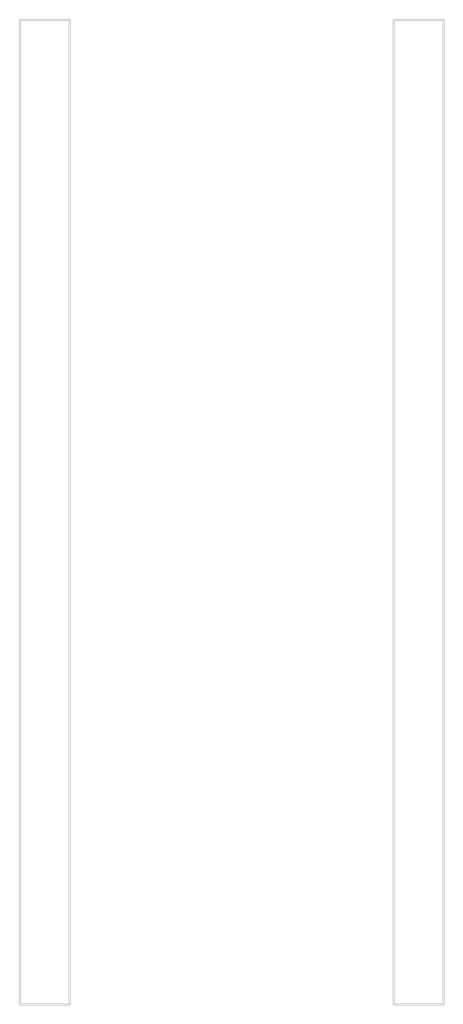
<source format=kicad_pcb>
(kicad_pcb (version 20241229) (generator "pcbnew") (generator_version "9.0")
  (title_block (title "Board 2x16 W15.24mm") (date "2025-09-29") (rev "V1"))
  (layers (0 "F.Cu" signal) (2 "B.Cu" signal) (13 "F.Paste" user) (15 "B.Paste" user) (5 "F.SilkS" user "F.Silkscreen") (7 "B.SilkS" user "B.Silkscreen") (1 "F.Mask" user) (3 "B.Mask" user) (25 "Edge.Cuts" user))
  (net 0 "")
  (footprint "SamacSys_Parts:PinHeader_1x16_P2.54mm_Vertical" (layer "B.Cu") (at 15.24 0 180)
    (property "Reference" "J3" (hide yes))
    (property "Value" "Pin_Header_01x16")
  )
  (footprint "SamacSys_Parts:PinHeader_1x16_P2.54mm_Vertical" (layer "B.Cu") (at 0 0 180)
    (property "Reference" "J2" (hide yes))
    (property "Value" "Pin_Header_01x16")
  )
  (gr_line (start -1.016 39.116) (end -1.016 -1.016) (stroke (width 0.1)) (layer "Edge.Cuts"))
  (gr_line (start -1.016 -1.016) (end 1.016 -1.016) (stroke (width 0.1)) (layer "Edge.Cuts"))
  (gr_line (start 16.256 39.116) (end 14.224 39.116) (stroke (width 0.1)) (layer "Edge.Cuts"))
  (gr_line (start 14.224 -1.016) (end 16.256 -1.016) (stroke (width 0.1)) (layer "Edge.Cuts"))
  (gr_line (start 1.016 39.116) (end -1.016 39.116) (stroke (width 0.1)) (layer "Edge.Cuts"))
  (gr_line (start 1.016 -1.016) (end 1.016 39.116) (stroke (width 0.1)) (layer "Edge.Cuts"))
  (gr_line (start 14.224 39.116) (end 14.224 -1.016) (stroke (width 0.1)) (layer "Edge.Cuts"))
  (gr_line (start 16.256 -1.016) (end 16.256 39.116) (stroke (width 0.1)) (layer "Edge.Cuts"))
)
</source>
